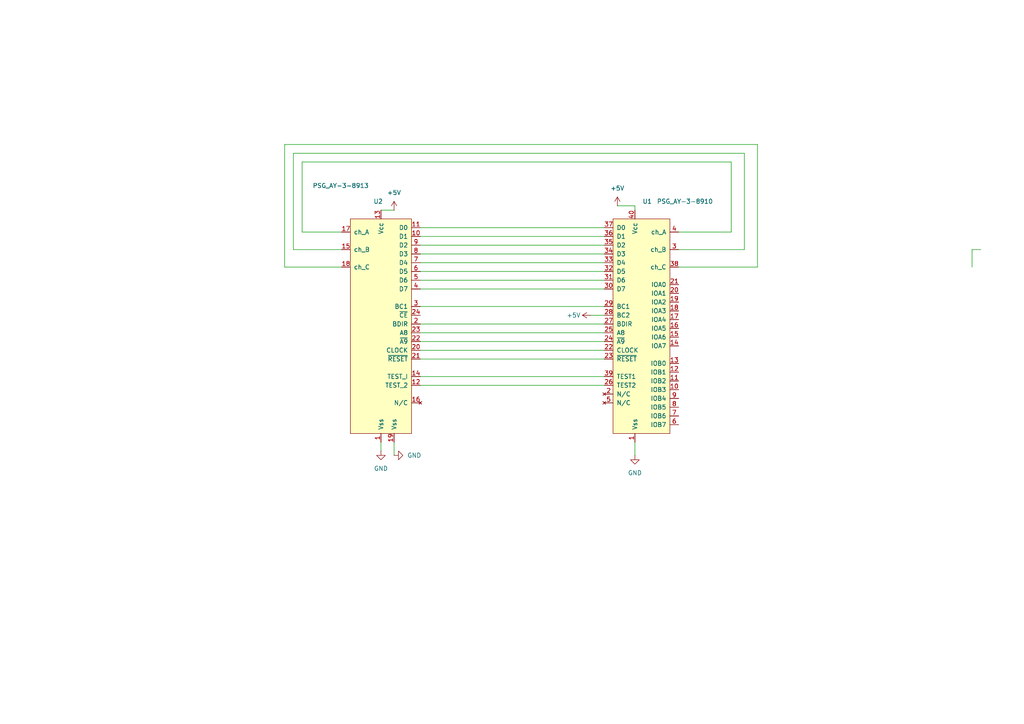
<source format=kicad_sch>
(kicad_sch
	(version 20231120)
	(generator "eeschema")
	(generator_version "8.0")
	(uuid "7974acf8-5d13-4c70-86b5-036fa6790939")
	(paper "A4")
	(title_block
		(title "8913-8910 Adapter")
		(date "2024-05-20")
	)
	(lib_symbols
		(symbol "8bits:PSG_AY-3-8910"
			(pin_names
				(offset 1.016)
			)
			(exclude_from_sim no)
			(in_bom yes)
			(on_board yes)
			(property "Reference" "U1"
				(at 0.9241 34.29 0)
				(effects
					(font
						(size 1.27 1.27)
					)
					(justify left)
				)
			)
			(property "Value" "PSG_AY-3-8910"
				(at 5.08 34.29 0)
				(effects
					(font
						(size 1.27 1.27)
					)
					(justify left)
				)
			)
			(property "Footprint" "Package_DIP:DIP-40_W15.24mm_Socket"
				(at 1.27 30.48 0)
				(effects
					(font
						(size 1.27 1.27)
					)
					(hide yes)
				)
			)
			(property "Datasheet" "map.grauw.nl/resources/sound/generalinstrument_ay-3-8910.pdf"
				(at 1.27 30.48 0)
				(effects
					(font
						(size 1.27 1.27)
					)
					(hide yes)
				)
			)
			(property "Description" "3 Chanel Programable Sound Generator + 16 I/O"
				(at 0 0 0)
				(effects
					(font
						(size 1.27 1.27)
					)
					(hide yes)
				)
			)
			(property "ki_fp_filters" "Package_DIP:DIP-40_W15.24mm*"
				(at 0 0 0)
				(effects
					(font
						(size 1.27 1.27)
					)
					(hide yes)
				)
			)
			(symbol "PSG_AY-3-8910_0_1"
				(rectangle
					(start -7.62 29.21)
					(end 8.89 -33.02)
					(stroke
						(width 0)
						(type default)
					)
					(fill
						(type background)
					)
				)
			)
			(symbol "PSG_AY-3-8910_1_1"
				(pin power_in line
					(at -1.27 -35.56 90)
					(length 2.54)
					(name "Vss"
						(effects
							(font
								(size 1.27 1.27)
							)
						)
					)
					(number "1"
						(effects
							(font
								(size 1.27 1.27)
							)
						)
					)
				)
				(pin bidirectional line
					(at 11.43 -20.32 180)
					(length 2.54)
					(name "IOB3"
						(effects
							(font
								(size 1.27 1.27)
							)
						)
					)
					(number "10"
						(effects
							(font
								(size 1.27 1.27)
							)
						)
					)
				)
				(pin bidirectional line
					(at 11.43 -17.78 180)
					(length 2.54)
					(name "IOB2"
						(effects
							(font
								(size 1.27 1.27)
							)
						)
					)
					(number "11"
						(effects
							(font
								(size 1.27 1.27)
							)
						)
					)
				)
				(pin bidirectional line
					(at 11.43 -15.24 180)
					(length 2.54)
					(name "IOB1"
						(effects
							(font
								(size 1.27 1.27)
							)
						)
					)
					(number "12"
						(effects
							(font
								(size 1.27 1.27)
							)
						)
					)
				)
				(pin bidirectional line
					(at 11.43 -12.7 180)
					(length 2.54)
					(name "IOB0"
						(effects
							(font
								(size 1.27 1.27)
							)
						)
					)
					(number "13"
						(effects
							(font
								(size 1.27 1.27)
							)
						)
					)
				)
				(pin bidirectional line
					(at 11.43 -7.62 180)
					(length 2.54)
					(name "IOA7"
						(effects
							(font
								(size 1.27 1.27)
							)
						)
					)
					(number "14"
						(effects
							(font
								(size 1.27 1.27)
							)
						)
					)
				)
				(pin bidirectional line
					(at 11.43 -5.08 180)
					(length 2.54)
					(name "IOA6"
						(effects
							(font
								(size 1.27 1.27)
							)
						)
					)
					(number "15"
						(effects
							(font
								(size 1.27 1.27)
							)
						)
					)
				)
				(pin bidirectional line
					(at 11.43 -2.54 180)
					(length 2.54)
					(name "IOA5"
						(effects
							(font
								(size 1.27 1.27)
							)
						)
					)
					(number "16"
						(effects
							(font
								(size 1.27 1.27)
							)
						)
					)
				)
				(pin bidirectional line
					(at 11.43 0 180)
					(length 2.54)
					(name "IOA4"
						(effects
							(font
								(size 1.27 1.27)
							)
						)
					)
					(number "17"
						(effects
							(font
								(size 1.27 1.27)
							)
						)
					)
				)
				(pin bidirectional line
					(at 11.43 2.54 180)
					(length 2.54)
					(name "IOA3"
						(effects
							(font
								(size 1.27 1.27)
							)
						)
					)
					(number "18"
						(effects
							(font
								(size 1.27 1.27)
							)
						)
					)
				)
				(pin bidirectional line
					(at 11.43 5.08 180)
					(length 2.54)
					(name "IOA2"
						(effects
							(font
								(size 1.27 1.27)
							)
						)
					)
					(number "19"
						(effects
							(font
								(size 1.27 1.27)
							)
						)
					)
				)
				(pin no_connect line
					(at -10.16 -21.59 0)
					(length 2.54)
					(name "N/C"
						(effects
							(font
								(size 1.27 1.27)
							)
						)
					)
					(number "2"
						(effects
							(font
								(size 1.27 1.27)
							)
						)
					)
				)
				(pin bidirectional line
					(at 11.43 7.62 180)
					(length 2.54)
					(name "IOA1"
						(effects
							(font
								(size 1.27 1.27)
							)
						)
					)
					(number "20"
						(effects
							(font
								(size 1.27 1.27)
							)
						)
					)
				)
				(pin bidirectional line
					(at 11.43 10.16 180)
					(length 2.54)
					(name "IOA0"
						(effects
							(font
								(size 1.27 1.27)
							)
						)
					)
					(number "21"
						(effects
							(font
								(size 1.27 1.27)
							)
						)
					)
				)
				(pin input line
					(at -10.16 -8.89 0)
					(length 2.54)
					(name "CLOCK"
						(effects
							(font
								(size 1.27 1.27)
							)
						)
					)
					(number "22"
						(effects
							(font
								(size 1.27 1.27)
							)
						)
					)
				)
				(pin input line
					(at -10.16 -11.43 0)
					(length 2.54)
					(name "~{RESET}"
						(effects
							(font
								(size 1.27 1.27)
							)
						)
					)
					(number "23"
						(effects
							(font
								(size 1.27 1.27)
							)
						)
					)
				)
				(pin input line
					(at -10.16 -6.35 0)
					(length 2.54)
					(name "~{A9}"
						(effects
							(font
								(size 1.27 1.27)
							)
						)
					)
					(number "24"
						(effects
							(font
								(size 1.27 1.27)
							)
						)
					)
				)
				(pin input line
					(at -10.16 -3.81 0)
					(length 2.54)
					(name "A8"
						(effects
							(font
								(size 1.27 1.27)
							)
						)
					)
					(number "25"
						(effects
							(font
								(size 1.27 1.27)
							)
						)
					)
				)
				(pin input line
					(at -10.16 -19.05 0)
					(length 2.54)
					(name "TEST2"
						(effects
							(font
								(size 1.27 1.27)
							)
						)
					)
					(number "26"
						(effects
							(font
								(size 1.27 1.27)
							)
						)
					)
				)
				(pin input line
					(at -10.16 -1.27 0)
					(length 2.54)
					(name "BDIR"
						(effects
							(font
								(size 1.27 1.27)
							)
						)
					)
					(number "27"
						(effects
							(font
								(size 1.27 1.27)
							)
						)
					)
				)
				(pin input line
					(at -10.16 1.27 0)
					(length 2.54)
					(name "BC2"
						(effects
							(font
								(size 1.27 1.27)
							)
						)
					)
					(number "28"
						(effects
							(font
								(size 1.27 1.27)
							)
						)
					)
				)
				(pin input line
					(at -10.16 3.81 0)
					(length 2.54)
					(name "BC1"
						(effects
							(font
								(size 1.27 1.27)
							)
						)
					)
					(number "29"
						(effects
							(font
								(size 1.27 1.27)
							)
						)
					)
				)
				(pin output line
					(at 11.43 20.32 180)
					(length 2.54)
					(name "ch_B"
						(effects
							(font
								(size 1.27 1.27)
							)
						)
					)
					(number "3"
						(effects
							(font
								(size 1.27 1.27)
							)
						)
					)
				)
				(pin bidirectional line
					(at -10.16 8.89 0)
					(length 2.54)
					(name "D7"
						(effects
							(font
								(size 1.27 1.27)
							)
						)
					)
					(number "30"
						(effects
							(font
								(size 1.27 1.27)
							)
						)
					)
				)
				(pin bidirectional line
					(at -10.16 11.43 0)
					(length 2.54)
					(name "D6"
						(effects
							(font
								(size 1.27 1.27)
							)
						)
					)
					(number "31"
						(effects
							(font
								(size 1.27 1.27)
							)
						)
					)
				)
				(pin bidirectional line
					(at -10.16 13.97 0)
					(length 2.54)
					(name "D5"
						(effects
							(font
								(size 1.27 1.27)
							)
						)
					)
					(number "32"
						(effects
							(font
								(size 1.27 1.27)
							)
						)
					)
				)
				(pin bidirectional line
					(at -10.16 16.51 0)
					(length 2.54)
					(name "D4"
						(effects
							(font
								(size 1.27 1.27)
							)
						)
					)
					(number "33"
						(effects
							(font
								(size 1.27 1.27)
							)
						)
					)
				)
				(pin bidirectional line
					(at -10.16 19.05 0)
					(length 2.54)
					(name "D3"
						(effects
							(font
								(size 1.27 1.27)
							)
						)
					)
					(number "34"
						(effects
							(font
								(size 1.27 1.27)
							)
						)
					)
				)
				(pin bidirectional line
					(at -10.16 21.59 0)
					(length 2.54)
					(name "D2"
						(effects
							(font
								(size 1.27 1.27)
							)
						)
					)
					(number "35"
						(effects
							(font
								(size 1.27 1.27)
							)
						)
					)
				)
				(pin bidirectional line
					(at -10.16 24.13 0)
					(length 2.54)
					(name "D1"
						(effects
							(font
								(size 1.27 1.27)
							)
						)
					)
					(number "36"
						(effects
							(font
								(size 1.27 1.27)
							)
						)
					)
				)
				(pin bidirectional line
					(at -10.16 26.67 0)
					(length 2.54)
					(name "D0"
						(effects
							(font
								(size 1.27 1.27)
							)
						)
					)
					(number "37"
						(effects
							(font
								(size 1.27 1.27)
							)
						)
					)
				)
				(pin output line
					(at 11.43 15.24 180)
					(length 2.54)
					(name "ch_C"
						(effects
							(font
								(size 1.27 1.27)
							)
						)
					)
					(number "38"
						(effects
							(font
								(size 1.27 1.27)
							)
						)
					)
				)
				(pin input line
					(at -10.16 -16.51 0)
					(length 2.54)
					(name "TEST1"
						(effects
							(font
								(size 1.27 1.27)
							)
						)
					)
					(number "39"
						(effects
							(font
								(size 1.27 1.27)
							)
						)
					)
				)
				(pin output line
					(at 11.43 25.4 180)
					(length 2.54)
					(name "ch_A"
						(effects
							(font
								(size 1.27 1.27)
							)
						)
					)
					(number "4"
						(effects
							(font
								(size 1.27 1.27)
							)
						)
					)
				)
				(pin power_in line
					(at -1.27 31.75 270)
					(length 2.54)
					(name "Vcc"
						(effects
							(font
								(size 1.27 1.27)
							)
						)
					)
					(number "40"
						(effects
							(font
								(size 1.27 1.27)
							)
						)
					)
				)
				(pin no_connect line
					(at -10.16 -24.13 0)
					(length 2.54)
					(name "N/C"
						(effects
							(font
								(size 1.27 1.27)
							)
						)
					)
					(number "5"
						(effects
							(font
								(size 1.27 1.27)
							)
						)
					)
				)
				(pin bidirectional line
					(at 11.43 -30.48 180)
					(length 2.54)
					(name "IOB7"
						(effects
							(font
								(size 1.27 1.27)
							)
						)
					)
					(number "6"
						(effects
							(font
								(size 1.27 1.27)
							)
						)
					)
				)
				(pin bidirectional line
					(at 11.43 -27.94 180)
					(length 2.54)
					(name "IOB6"
						(effects
							(font
								(size 1.27 1.27)
							)
						)
					)
					(number "7"
						(effects
							(font
								(size 1.27 1.27)
							)
						)
					)
				)
				(pin bidirectional line
					(at 11.43 -25.4 180)
					(length 2.54)
					(name "IOB5"
						(effects
							(font
								(size 1.27 1.27)
							)
						)
					)
					(number "8"
						(effects
							(font
								(size 1.27 1.27)
							)
						)
					)
				)
				(pin bidirectional line
					(at 11.43 -22.86 180)
					(length 2.54)
					(name "IOB4"
						(effects
							(font
								(size 1.27 1.27)
							)
						)
					)
					(number "9"
						(effects
							(font
								(size 1.27 1.27)
							)
						)
					)
				)
			)
		)
		(symbol "8bits:PSG_AY-3-8913"
			(pin_names
				(offset 1.016)
			)
			(exclude_from_sim no)
			(in_bom yes)
			(on_board yes)
			(property "Reference" "U2"
				(at -2.1941 31.75 0)
				(effects
					(font
						(size 1.27 1.27)
					)
					(justify left)
				)
			)
			(property "Value" "PSG_AY-3-8913"
				(at -19.812 36.322 0)
				(effects
					(font
						(size 1.27 1.27)
					)
					(justify left)
				)
			)
			(property "Footprint" "Package_DIP:DIP-24_W15.24mm_LongPads"
				(at 0 27.94 0)
				(effects
					(font
						(size 1.27 1.27)
					)
					(hide yes)
				)
			)
			(property "Datasheet" "map.grauw.nl/resources/sound/generalinstrument_ay-3-8910.pdf"
				(at 0 27.94 0)
				(effects
					(font
						(size 1.27 1.27)
					)
					(hide yes)
				)
			)
			(property "Description" "3 Chanel Programable Sound Generator + 8 I/O"
				(at 0 0 0)
				(effects
					(font
						(size 1.27 1.27)
					)
					(hide yes)
				)
			)
			(property "ki_fp_filters" "Package_DIP:DIP-24_W15.24mm*"
				(at 0 0 0)
				(effects
					(font
						(size 1.27 1.27)
					)
					(hide yes)
				)
			)
			(symbol "PSG_AY-3-8913_0_1"
				(rectangle
					(start -8.89 26.67)
					(end 8.89 -35.56)
					(stroke
						(width 0)
						(type default)
					)
					(fill
						(type background)
					)
				)
			)
			(symbol "PSG_AY-3-8913_1_1"
				(pin power_in line
					(at 0 -38.1 90)
					(length 2.54)
					(name "Vss"
						(effects
							(font
								(size 1.27 1.27)
							)
						)
					)
					(number "1"
						(effects
							(font
								(size 1.27 1.27)
							)
						)
					)
				)
				(pin bidirectional line
					(at 11.43 21.59 180)
					(length 2.54)
					(name "D1"
						(effects
							(font
								(size 1.27 1.27)
							)
						)
					)
					(number "10"
						(effects
							(font
								(size 1.27 1.27)
							)
						)
					)
				)
				(pin bidirectional line
					(at 11.43 24.13 180)
					(length 2.54)
					(name "D0"
						(effects
							(font
								(size 1.27 1.27)
							)
						)
					)
					(number "11"
						(effects
							(font
								(size 1.27 1.27)
							)
						)
					)
				)
				(pin input line
					(at 11.43 -21.59 180)
					(length 2.54)
					(name "TEST_2"
						(effects
							(font
								(size 1.27 1.27)
							)
						)
					)
					(number "12"
						(effects
							(font
								(size 1.27 1.27)
							)
						)
					)
				)
				(pin power_in line
					(at 0 29.21 270)
					(length 2.54)
					(name "Vcc"
						(effects
							(font
								(size 1.27 1.27)
							)
						)
					)
					(number "13"
						(effects
							(font
								(size 1.27 1.27)
							)
						)
					)
				)
				(pin input line
					(at 11.43 -19.05 180)
					(length 2.54)
					(name "TEST_I"
						(effects
							(font
								(size 1.27 1.27)
							)
						)
					)
					(number "14"
						(effects
							(font
								(size 1.27 1.27)
							)
						)
					)
				)
				(pin output line
					(at -11.43 17.78 0)
					(length 2.54)
					(name "ch_B"
						(effects
							(font
								(size 1.27 1.27)
							)
						)
					)
					(number "15"
						(effects
							(font
								(size 1.27 1.27)
							)
						)
					)
				)
				(pin no_connect line
					(at 11.43 -26.67 180)
					(length 2.54)
					(name "N/C"
						(effects
							(font
								(size 1.27 1.27)
							)
						)
					)
					(number "16"
						(effects
							(font
								(size 1.27 1.27)
							)
						)
					)
				)
				(pin output line
					(at -11.43 22.86 0)
					(length 2.54)
					(name "ch_A"
						(effects
							(font
								(size 1.27 1.27)
							)
						)
					)
					(number "17"
						(effects
							(font
								(size 1.27 1.27)
							)
						)
					)
				)
				(pin output line
					(at -11.43 12.7 0)
					(length 2.54)
					(name "ch_C"
						(effects
							(font
								(size 1.27 1.27)
							)
						)
					)
					(number "18"
						(effects
							(font
								(size 1.27 1.27)
							)
						)
					)
				)
				(pin power_in line
					(at 3.81 -38.1 90)
					(length 2.54)
					(name "Vss"
						(effects
							(font
								(size 1.27 1.27)
							)
						)
					)
					(number "19"
						(effects
							(font
								(size 1.27 1.27)
							)
						)
					)
				)
				(pin input line
					(at 11.43 -3.81 180)
					(length 2.54)
					(name "BDIR"
						(effects
							(font
								(size 1.27 1.27)
							)
						)
					)
					(number "2"
						(effects
							(font
								(size 1.27 1.27)
							)
						)
					)
				)
				(pin input line
					(at 11.43 -11.43 180)
					(length 2.54)
					(name "CLOCK"
						(effects
							(font
								(size 1.27 1.27)
							)
						)
					)
					(number "20"
						(effects
							(font
								(size 1.27 1.27)
							)
						)
					)
				)
				(pin input line
					(at 11.43 -13.97 180)
					(length 2.54)
					(name "~{RESET}"
						(effects
							(font
								(size 1.27 1.27)
							)
						)
					)
					(number "21"
						(effects
							(font
								(size 1.27 1.27)
							)
						)
					)
				)
				(pin input line
					(at 11.43 -8.89 180)
					(length 2.54)
					(name "~{A9}"
						(effects
							(font
								(size 1.27 1.27)
							)
						)
					)
					(number "22"
						(effects
							(font
								(size 1.27 1.27)
							)
						)
					)
				)
				(pin input line
					(at 11.43 -6.35 180)
					(length 2.54)
					(name "A8"
						(effects
							(font
								(size 1.27 1.27)
							)
						)
					)
					(number "23"
						(effects
							(font
								(size 1.27 1.27)
							)
						)
					)
				)
				(pin input line
					(at 11.43 -1.27 180)
					(length 2.54)
					(name "~{CE}"
						(effects
							(font
								(size 1.27 1.27)
							)
						)
					)
					(number "24"
						(effects
							(font
								(size 1.27 1.27)
							)
						)
					)
				)
				(pin input line
					(at 11.43 1.27 180)
					(length 2.54)
					(name "BC1"
						(effects
							(font
								(size 1.27 1.27)
							)
						)
					)
					(number "3"
						(effects
							(font
								(size 1.27 1.27)
							)
						)
					)
				)
				(pin bidirectional line
					(at 11.43 6.35 180)
					(length 2.54)
					(name "D7"
						(effects
							(font
								(size 1.27 1.27)
							)
						)
					)
					(number "4"
						(effects
							(font
								(size 1.27 1.27)
							)
						)
					)
				)
				(pin bidirectional line
					(at 11.43 8.89 180)
					(length 2.54)
					(name "D6"
						(effects
							(font
								(size 1.27 1.27)
							)
						)
					)
					(number "5"
						(effects
							(font
								(size 1.27 1.27)
							)
						)
					)
				)
				(pin bidirectional line
					(at 11.43 11.43 180)
					(length 2.54)
					(name "D5"
						(effects
							(font
								(size 1.27 1.27)
							)
						)
					)
					(number "6"
						(effects
							(font
								(size 1.27 1.27)
							)
						)
					)
				)
				(pin bidirectional line
					(at 11.43 13.97 180)
					(length 2.54)
					(name "D4"
						(effects
							(font
								(size 1.27 1.27)
							)
						)
					)
					(number "7"
						(effects
							(font
								(size 1.27 1.27)
							)
						)
					)
				)
				(pin bidirectional line
					(at 11.43 16.51 180)
					(length 2.54)
					(name "D3"
						(effects
							(font
								(size 1.27 1.27)
							)
						)
					)
					(number "8"
						(effects
							(font
								(size 1.27 1.27)
							)
						)
					)
				)
				(pin bidirectional line
					(at 11.43 19.05 180)
					(length 2.54)
					(name "D2"
						(effects
							(font
								(size 1.27 1.27)
							)
						)
					)
					(number "9"
						(effects
							(font
								(size 1.27 1.27)
							)
						)
					)
				)
			)
		)
		(symbol "power:+5V"
			(power)
			(pin_numbers hide)
			(pin_names
				(offset 0) hide)
			(exclude_from_sim no)
			(in_bom yes)
			(on_board yes)
			(property "Reference" "#PWR"
				(at 0 -3.81 0)
				(effects
					(font
						(size 1.27 1.27)
					)
					(hide yes)
				)
			)
			(property "Value" "+5V"
				(at 0 3.556 0)
				(effects
					(font
						(size 1.27 1.27)
					)
				)
			)
			(property "Footprint" ""
				(at 0 0 0)
				(effects
					(font
						(size 1.27 1.27)
					)
					(hide yes)
				)
			)
			(property "Datasheet" ""
				(at 0 0 0)
				(effects
					(font
						(size 1.27 1.27)
					)
					(hide yes)
				)
			)
			(property "Description" "Power symbol creates a global label with name \"+5V\""
				(at 0 0 0)
				(effects
					(font
						(size 1.27 1.27)
					)
					(hide yes)
				)
			)
			(property "ki_keywords" "global power"
				(at 0 0 0)
				(effects
					(font
						(size 1.27 1.27)
					)
					(hide yes)
				)
			)
			(symbol "+5V_0_1"
				(polyline
					(pts
						(xy -0.762 1.27) (xy 0 2.54)
					)
					(stroke
						(width 0)
						(type default)
					)
					(fill
						(type none)
					)
				)
				(polyline
					(pts
						(xy 0 0) (xy 0 2.54)
					)
					(stroke
						(width 0)
						(type default)
					)
					(fill
						(type none)
					)
				)
				(polyline
					(pts
						(xy 0 2.54) (xy 0.762 1.27)
					)
					(stroke
						(width 0)
						(type default)
					)
					(fill
						(type none)
					)
				)
			)
			(symbol "+5V_1_1"
				(pin power_in line
					(at 0 0 90)
					(length 0)
					(name "~"
						(effects
							(font
								(size 1.27 1.27)
							)
						)
					)
					(number "1"
						(effects
							(font
								(size 1.27 1.27)
							)
						)
					)
				)
			)
		)
		(symbol "power:GND"
			(power)
			(pin_numbers hide)
			(pin_names
				(offset 0) hide)
			(exclude_from_sim no)
			(in_bom yes)
			(on_board yes)
			(property "Reference" "#PWR"
				(at 0 -6.35 0)
				(effects
					(font
						(size 1.27 1.27)
					)
					(hide yes)
				)
			)
			(property "Value" "GND"
				(at 0 -3.81 0)
				(effects
					(font
						(size 1.27 1.27)
					)
				)
			)
			(property "Footprint" ""
				(at 0 0 0)
				(effects
					(font
						(size 1.27 1.27)
					)
					(hide yes)
				)
			)
			(property "Datasheet" ""
				(at 0 0 0)
				(effects
					(font
						(size 1.27 1.27)
					)
					(hide yes)
				)
			)
			(property "Description" "Power symbol creates a global label with name \"GND\" , ground"
				(at 0 0 0)
				(effects
					(font
						(size 1.27 1.27)
					)
					(hide yes)
				)
			)
			(property "ki_keywords" "global power"
				(at 0 0 0)
				(effects
					(font
						(size 1.27 1.27)
					)
					(hide yes)
				)
			)
			(symbol "GND_0_1"
				(polyline
					(pts
						(xy 0 0) (xy 0 -1.27) (xy 1.27 -1.27) (xy 0 -2.54) (xy -1.27 -1.27) (xy 0 -1.27)
					)
					(stroke
						(width 0)
						(type default)
					)
					(fill
						(type none)
					)
				)
			)
			(symbol "GND_1_1"
				(pin power_in line
					(at 0 0 270)
					(length 0)
					(name "~"
						(effects
							(font
								(size 1.27 1.27)
							)
						)
					)
					(number "1"
						(effects
							(font
								(size 1.27 1.27)
							)
						)
					)
				)
			)
		)
	)
	(wire
		(pts
			(xy 121.92 104.14) (xy 175.26 104.14)
		)
		(stroke
			(width 0)
			(type default)
		)
		(uuid "05072ccf-53fb-4735-856a-be06de3c368a")
	)
	(wire
		(pts
			(xy 110.49 128.27) (xy 110.49 130.81)
		)
		(stroke
			(width 0)
			(type default)
		)
		(uuid "0bc6bfdf-a7ef-4c2a-aa6a-7eca849fd5a0")
	)
	(wire
		(pts
			(xy 212.09 46.99) (xy 87.63 46.99)
		)
		(stroke
			(width 0)
			(type default)
		)
		(uuid "0e93925e-d610-44ba-8c7c-db016517067f")
	)
	(wire
		(pts
			(xy 121.92 76.2) (xy 175.26 76.2)
		)
		(stroke
			(width 0)
			(type default)
		)
		(uuid "1b87e4dd-9766-49aa-bd70-181607827e5e")
	)
	(wire
		(pts
			(xy 196.85 77.47) (xy 219.71 77.47)
		)
		(stroke
			(width 0)
			(type default)
		)
		(uuid "2b11ef83-63bf-4d12-8f09-2e1f36a93799")
	)
	(wire
		(pts
			(xy 121.92 71.12) (xy 175.26 71.12)
		)
		(stroke
			(width 0)
			(type default)
		)
		(uuid "2f780e71-bc64-46cc-8c75-a44f2086a5f8")
	)
	(wire
		(pts
			(xy 219.71 41.91) (xy 82.55 41.91)
		)
		(stroke
			(width 0)
			(type default)
		)
		(uuid "384aadc5-12a4-43cb-a04c-44170064e149")
	)
	(wire
		(pts
			(xy 212.09 67.31) (xy 212.09 46.99)
		)
		(stroke
			(width 0)
			(type default)
		)
		(uuid "4148c8b4-eaa4-455b-96c1-acf08277ec22")
	)
	(wire
		(pts
			(xy 196.85 67.31) (xy 212.09 67.31)
		)
		(stroke
			(width 0)
			(type default)
		)
		(uuid "6160c51c-bedf-4ae0-a349-cfff14d83e53")
	)
	(wire
		(pts
			(xy 281.94 72.39) (xy 281.94 77.47)
		)
		(stroke
			(width 0)
			(type default)
		)
		(uuid "6391fa9c-7408-406e-abad-9f5b65f38826")
	)
	(wire
		(pts
			(xy 284.48 72.39) (xy 281.94 72.39)
		)
		(stroke
			(width 0)
			(type default)
		)
		(uuid "67b9d127-3639-4fba-9018-dd0b5a332522")
	)
	(wire
		(pts
			(xy 121.92 78.74) (xy 175.26 78.74)
		)
		(stroke
			(width 0)
			(type default)
		)
		(uuid "6ca4d019-48eb-46d4-bb8b-7438ac50e14e")
	)
	(wire
		(pts
			(xy 219.71 77.47) (xy 219.71 41.91)
		)
		(stroke
			(width 0)
			(type default)
		)
		(uuid "6da919ee-3d45-4572-8367-59cf837f9d61")
	)
	(wire
		(pts
			(xy 114.3 60.96) (xy 110.49 60.96)
		)
		(stroke
			(width 0)
			(type default)
		)
		(uuid "78fc1c34-d6cb-4af0-badb-22aa816c7c14")
	)
	(wire
		(pts
			(xy 87.63 67.31) (xy 99.06 67.31)
		)
		(stroke
			(width 0)
			(type default)
		)
		(uuid "7b04e65b-ca20-45a9-80ed-25c99b5ac2ab")
	)
	(wire
		(pts
			(xy 99.06 72.39) (xy 85.09 72.39)
		)
		(stroke
			(width 0)
			(type default)
		)
		(uuid "7da1754d-0c01-4357-82b7-33ae55716ee4")
	)
	(wire
		(pts
			(xy 215.9 44.45) (xy 215.9 72.39)
		)
		(stroke
			(width 0)
			(type default)
		)
		(uuid "7e0552e5-eb1e-4fad-8213-c644000f1d13")
	)
	(wire
		(pts
			(xy 121.92 81.28) (xy 175.26 81.28)
		)
		(stroke
			(width 0)
			(type default)
		)
		(uuid "7e31fff8-7277-4b9c-a78b-f8d6bcecdad7")
	)
	(wire
		(pts
			(xy 121.92 93.98) (xy 175.26 93.98)
		)
		(stroke
			(width 0)
			(type default)
		)
		(uuid "7f3affad-4c41-42cb-b4c4-d5c73d6cf06a")
	)
	(wire
		(pts
			(xy 82.55 77.47) (xy 99.06 77.47)
		)
		(stroke
			(width 0)
			(type default)
		)
		(uuid "8496d408-dae2-4032-8f82-6adb299a6d32")
	)
	(wire
		(pts
			(xy 121.92 101.6) (xy 175.26 101.6)
		)
		(stroke
			(width 0)
			(type default)
		)
		(uuid "8df74e85-e61b-4fcd-92d8-5180fdc168cc")
	)
	(wire
		(pts
			(xy 121.92 88.9) (xy 175.26 88.9)
		)
		(stroke
			(width 0)
			(type default)
		)
		(uuid "97620c56-bcb5-4e14-8bcb-5c8552406972")
	)
	(wire
		(pts
			(xy 184.15 59.69) (xy 184.15 60.96)
		)
		(stroke
			(width 0)
			(type default)
		)
		(uuid "a62dba70-5145-4190-ade0-69bfd3eebe40")
	)
	(wire
		(pts
			(xy 121.92 111.76) (xy 175.26 111.76)
		)
		(stroke
			(width 0)
			(type default)
		)
		(uuid "a8b4bf8f-b46a-4ce1-b03d-c5feecd1f915")
	)
	(wire
		(pts
			(xy 114.3 128.27) (xy 114.3 132.08)
		)
		(stroke
			(width 0)
			(type default)
		)
		(uuid "b2e52409-da53-4619-84c7-150b506b1231")
	)
	(wire
		(pts
			(xy 196.85 72.39) (xy 215.9 72.39)
		)
		(stroke
			(width 0)
			(type default)
		)
		(uuid "b7336080-9f1c-411c-9c1a-815a39087f99")
	)
	(wire
		(pts
			(xy 121.92 109.22) (xy 175.26 109.22)
		)
		(stroke
			(width 0)
			(type default)
		)
		(uuid "b7a8a6cb-73e4-4603-9578-86e5f8f35efa")
	)
	(wire
		(pts
			(xy 121.92 83.82) (xy 175.26 83.82)
		)
		(stroke
			(width 0)
			(type default)
		)
		(uuid "b82e853c-5fbe-4958-8531-2b40d496bc28")
	)
	(wire
		(pts
			(xy 121.92 73.66) (xy 175.26 73.66)
		)
		(stroke
			(width 0)
			(type default)
		)
		(uuid "ceae09ea-0e71-4b8c-bb54-f8b8edd7cdad")
	)
	(wire
		(pts
			(xy 121.92 99.06) (xy 175.26 99.06)
		)
		(stroke
			(width 0)
			(type default)
		)
		(uuid "cf1d1304-5142-4bc7-9071-e4799bacb4cb")
	)
	(wire
		(pts
			(xy 87.63 46.99) (xy 87.63 67.31)
		)
		(stroke
			(width 0)
			(type default)
		)
		(uuid "d15fcf9c-835e-4c49-933c-b6a40a1e37c2")
	)
	(wire
		(pts
			(xy 121.92 96.52) (xy 175.26 96.52)
		)
		(stroke
			(width 0)
			(type default)
		)
		(uuid "d2bd0e13-3808-403d-b669-645190460668")
	)
	(wire
		(pts
			(xy 179.07 59.69) (xy 184.15 59.69)
		)
		(stroke
			(width 0)
			(type default)
		)
		(uuid "d7a50600-49a9-4091-baf8-79eb7096d4ea")
	)
	(wire
		(pts
			(xy 85.09 44.45) (xy 215.9 44.45)
		)
		(stroke
			(width 0)
			(type default)
		)
		(uuid "d9b3a795-3b93-444c-9fd0-f2471cd20341")
	)
	(wire
		(pts
			(xy 171.45 91.44) (xy 175.26 91.44)
		)
		(stroke
			(width 0)
			(type default)
		)
		(uuid "dc3345c7-f93b-4c9b-916a-eb874c75d7a8")
	)
	(wire
		(pts
			(xy 121.92 68.58) (xy 175.26 68.58)
		)
		(stroke
			(width 0)
			(type default)
		)
		(uuid "e46dac65-5a9e-4f37-a9c0-07f2805b2d49")
	)
	(wire
		(pts
			(xy 184.15 128.27) (xy 184.15 132.08)
		)
		(stroke
			(width 0)
			(type default)
		)
		(uuid "f1c3ff7b-0961-495a-9066-a441a80310a9")
	)
	(wire
		(pts
			(xy 82.55 41.91) (xy 82.55 77.47)
		)
		(stroke
			(width 0)
			(type default)
		)
		(uuid "f64292d3-1507-4f87-8e44-0c3a8206f71c")
	)
	(wire
		(pts
			(xy 85.09 72.39) (xy 85.09 44.45)
		)
		(stroke
			(width 0)
			(type default)
		)
		(uuid "f7faed93-2c96-4895-9744-c91c822edcf0")
	)
	(wire
		(pts
			(xy 121.92 66.04) (xy 175.26 66.04)
		)
		(stroke
			(width 0)
			(type default)
		)
		(uuid "fabf5323-f058-4ac1-beba-b57e441767d8")
	)
	(symbol
		(lib_id "power:+5V")
		(at 171.45 91.44 90)
		(unit 1)
		(exclude_from_sim no)
		(in_bom yes)
		(on_board yes)
		(dnp no)
		(uuid "2f2d3015-ce6b-4ad1-a441-3b6909427c6f")
		(property "Reference" "#PWR06"
			(at 175.26 91.44 0)
			(effects
				(font
					(size 1.27 1.27)
				)
				(hide yes)
			)
		)
		(property "Value" "+5V"
			(at 166.37 91.44 90)
			(effects
				(font
					(size 1.27 1.27)
				)
			)
		)
		(property "Footprint" ""
			(at 171.45 91.44 0)
			(effects
				(font
					(size 1.27 1.27)
				)
				(hide yes)
			)
		)
		(property "Datasheet" ""
			(at 171.45 91.44 0)
			(effects
				(font
					(size 1.27 1.27)
				)
				(hide yes)
			)
		)
		(property "Description" "Power symbol creates a global label with name \"+5V\""
			(at 171.45 91.44 0)
			(effects
				(font
					(size 1.27 1.27)
				)
				(hide yes)
			)
		)
		(pin "1"
			(uuid "5a86a2be-35ed-4ce6-8b51-e4527bca1261")
		)
		(instances
			(project "adapter 8913-8910"
				(path "/7974acf8-5d13-4c70-86b5-036fa6790939"
					(reference "#PWR06")
					(unit 1)
				)
			)
		)
	)
	(symbol
		(lib_id "8bits:PSG_AY-3-8913")
		(at 110.49 90.17 0)
		(unit 1)
		(exclude_from_sim no)
		(in_bom yes)
		(on_board yes)
		(dnp no)
		(uuid "38f1ddbf-b60b-4931-9eec-4e339dfb3be0")
		(property "Reference" "U2"
			(at 108.2959 58.42 0)
			(effects
				(font
					(size 1.27 1.27)
				)
				(justify left)
			)
		)
		(property "Value" "PSG_AY-3-8913"
			(at 90.678 53.848 0)
			(effects
				(font
					(size 1.27 1.27)
				)
				(justify left)
			)
		)
		(property "Footprint" "Package_DIP:DIP-24_W15.24mm_LongPads"
			(at 110.49 62.23 0)
			(effects
				(font
					(size 1.27 1.27)
				)
				(hide yes)
			)
		)
		(property "Datasheet" "map.grauw.nl/resources/sound/generalinstrument_ay-3-8910.pdf"
			(at 110.49 62.23 0)
			(effects
				(font
					(size 1.27 1.27)
				)
				(hide yes)
			)
		)
		(property "Description" "3 Chanel Programable Sound Generator + 8 I/O"
			(at 110.49 90.17 0)
			(effects
				(font
					(size 1.27 1.27)
				)
				(hide yes)
			)
		)
		(pin "15"
			(uuid "a868c983-a0fa-4d7d-928f-eac563ddbbe4")
		)
		(pin "8"
			(uuid "30e33f49-df80-42d1-9ead-df295ea2320c")
		)
		(pin "12"
			(uuid "2ca6e59f-ac3e-423c-93b1-7d146382bfc4")
		)
		(pin "13"
			(uuid "cd44b58b-78ee-436e-8b9c-5913fcbc911b")
		)
		(pin "1"
			(uuid "7c3b618d-bb58-419c-b029-05c6232d1c2e")
		)
		(pin "14"
			(uuid "8f5dea96-eb1f-4e14-8810-d56b24b39dfe")
		)
		(pin "21"
			(uuid "dc7ca985-3865-4870-85ab-b6fb6aa9cd27")
		)
		(pin "19"
			(uuid "c6a0a73f-5996-407e-9a60-9f556d64574e")
		)
		(pin "24"
			(uuid "cdeec932-199e-495f-b7e0-f7a93030970d")
		)
		(pin "3"
			(uuid "fda6fdcc-4137-4e96-b069-08faec9e0d96")
		)
		(pin "20"
			(uuid "512200bc-cda9-43b4-9776-b5b106c47349")
		)
		(pin "5"
			(uuid "0ea122a4-006e-48a2-905c-b54e9fd69ed3")
		)
		(pin "23"
			(uuid "efbdb302-8b07-4f4b-a842-862ddf9cc818")
		)
		(pin "4"
			(uuid "4842b504-95ac-4004-97d8-a42b0b64a8aa")
		)
		(pin "7"
			(uuid "1f61c261-cf0b-4525-98d8-4469c2183f83")
		)
		(pin "10"
			(uuid "3c87aaf6-4b6c-4247-8d19-114cabb0f562")
		)
		(pin "11"
			(uuid "89e1f6f0-788a-4509-b851-c166acf35565")
		)
		(pin "6"
			(uuid "b8694351-bd46-47b9-8ecc-14c91462063f")
		)
		(pin "9"
			(uuid "60767072-99ed-461f-8b55-d485e824b6a3")
		)
		(pin "22"
			(uuid "76e5a715-c67b-475c-8d88-d60be9223f40")
		)
		(pin "16"
			(uuid "631b39c9-e9ce-4a0c-8852-8fa816b39204")
		)
		(pin "18"
			(uuid "e86a4d45-7026-4d62-823e-21576cd76766")
		)
		(pin "2"
			(uuid "3366e976-b535-4780-85a2-41e570884d3c")
		)
		(pin "17"
			(uuid "9ad31e6e-0d25-4cd5-9c4c-1c93577ffc36")
		)
		(instances
			(project "adapter 8913-8910"
				(path "/7974acf8-5d13-4c70-86b5-036fa6790939"
					(reference "U2")
					(unit 1)
				)
			)
		)
	)
	(symbol
		(lib_id "power:+5V")
		(at 179.07 59.69 0)
		(unit 1)
		(exclude_from_sim no)
		(in_bom yes)
		(on_board yes)
		(dnp no)
		(uuid "5d059d18-27b2-4b78-a7b0-0de80319365f")
		(property "Reference" "#PWR05"
			(at 179.07 63.5 0)
			(effects
				(font
					(size 1.27 1.27)
				)
				(hide yes)
			)
		)
		(property "Value" "+5V"
			(at 179.07 54.61 0)
			(effects
				(font
					(size 1.27 1.27)
				)
			)
		)
		(property "Footprint" ""
			(at 179.07 59.69 0)
			(effects
				(font
					(size 1.27 1.27)
				)
				(hide yes)
			)
		)
		(property "Datasheet" ""
			(at 179.07 59.69 0)
			(effects
				(font
					(size 1.27 1.27)
				)
				(hide yes)
			)
		)
		(property "Description" "Power symbol creates a global label with name \"+5V\""
			(at 179.07 59.69 0)
			(effects
				(font
					(size 1.27 1.27)
				)
				(hide yes)
			)
		)
		(pin "1"
			(uuid "3896a1d0-a167-42be-a511-88b99a623589")
		)
		(instances
			(project "adapter 8913-8910"
				(path "/7974acf8-5d13-4c70-86b5-036fa6790939"
					(reference "#PWR05")
					(unit 1)
				)
			)
		)
	)
	(symbol
		(lib_id "power:GND")
		(at 184.15 132.08 0)
		(unit 1)
		(exclude_from_sim no)
		(in_bom yes)
		(on_board yes)
		(dnp no)
		(fields_autoplaced yes)
		(uuid "83c7aa66-d5bc-4159-ae9e-c38b2a385aae")
		(property "Reference" "#PWR03"
			(at 184.15 138.43 0)
			(effects
				(font
					(size 1.27 1.27)
				)
				(hide yes)
			)
		)
		(property "Value" "GND"
			(at 184.15 137.16 0)
			(effects
				(font
					(size 1.27 1.27)
				)
			)
		)
		(property "Footprint" ""
			(at 184.15 132.08 0)
			(effects
				(font
					(size 1.27 1.27)
				)
				(hide yes)
			)
		)
		(property "Datasheet" ""
			(at 184.15 132.08 0)
			(effects
				(font
					(size 1.27 1.27)
				)
				(hide yes)
			)
		)
		(property "Description" "Power symbol creates a global label with name \"GND\" , ground"
			(at 184.15 132.08 0)
			(effects
				(font
					(size 1.27 1.27)
				)
				(hide yes)
			)
		)
		(pin "1"
			(uuid "4dc02da3-70ca-4bf9-a19f-62565ed87d22")
		)
		(instances
			(project "adapter 8913-8910"
				(path "/7974acf8-5d13-4c70-86b5-036fa6790939"
					(reference "#PWR03")
					(unit 1)
				)
			)
		)
	)
	(symbol
		(lib_id "power:GND")
		(at 114.3 132.08 90)
		(unit 1)
		(exclude_from_sim no)
		(in_bom yes)
		(on_board yes)
		(dnp no)
		(fields_autoplaced yes)
		(uuid "ca392156-bb63-4501-8188-6fcbc3ef9df9")
		(property "Reference" "#PWR01"
			(at 120.65 132.08 0)
			(effects
				(font
					(size 1.27 1.27)
				)
				(hide yes)
			)
		)
		(property "Value" "GND"
			(at 118.11 132.0799 90)
			(effects
				(font
					(size 1.27 1.27)
				)
				(justify right)
			)
		)
		(property "Footprint" ""
			(at 114.3 132.08 0)
			(effects
				(font
					(size 1.27 1.27)
				)
				(hide yes)
			)
		)
		(property "Datasheet" ""
			(at 114.3 132.08 0)
			(effects
				(font
					(size 1.27 1.27)
				)
				(hide yes)
			)
		)
		(property "Description" "Power symbol creates a global label with name \"GND\" , ground"
			(at 114.3 132.08 0)
			(effects
				(font
					(size 1.27 1.27)
				)
				(hide yes)
			)
		)
		(pin "1"
			(uuid "d92579aa-158f-45fb-86be-f06f8c9559ec")
		)
		(instances
			(project "adapter 8913-8910"
				(path "/7974acf8-5d13-4c70-86b5-036fa6790939"
					(reference "#PWR01")
					(unit 1)
				)
			)
		)
	)
	(symbol
		(lib_id "power:+5V")
		(at 114.3 60.96 0)
		(unit 1)
		(exclude_from_sim no)
		(in_bom yes)
		(on_board yes)
		(dnp no)
		(fields_autoplaced yes)
		(uuid "d17f47ee-a175-4bb7-8ee9-be23b05f0e86")
		(property "Reference" "#PWR04"
			(at 114.3 64.77 0)
			(effects
				(font
					(size 1.27 1.27)
				)
				(hide yes)
			)
		)
		(property "Value" "+5V"
			(at 114.3 55.88 0)
			(effects
				(font
					(size 1.27 1.27)
				)
			)
		)
		(property "Footprint" ""
			(at 114.3 60.96 0)
			(effects
				(font
					(size 1.27 1.27)
				)
				(hide yes)
			)
		)
		(property "Datasheet" ""
			(at 114.3 60.96 0)
			(effects
				(font
					(size 1.27 1.27)
				)
				(hide yes)
			)
		)
		(property "Description" "Power symbol creates a global label with name \"+5V\""
			(at 114.3 60.96 0)
			(effects
				(font
					(size 1.27 1.27)
				)
				(hide yes)
			)
		)
		(pin "1"
			(uuid "b4ecc2cd-f157-4fc1-a59c-b4ae830cdfe8")
		)
		(instances
			(project "adapter 8913-8910"
				(path "/7974acf8-5d13-4c70-86b5-036fa6790939"
					(reference "#PWR04")
					(unit 1)
				)
			)
		)
	)
	(symbol
		(lib_id "8bits:PSG_AY-3-8910")
		(at 185.42 92.71 0)
		(unit 1)
		(exclude_from_sim no)
		(in_bom yes)
		(on_board yes)
		(dnp no)
		(uuid "e98a4a93-4043-42a4-ac13-de99ab1e21f3")
		(property "Reference" "U1"
			(at 186.3441 58.42 0)
			(effects
				(font
					(size 1.27 1.27)
				)
				(justify left)
			)
		)
		(property "Value" "PSG_AY-3-8910"
			(at 190.5 58.42 0)
			(effects
				(font
					(size 1.27 1.27)
				)
				(justify left)
			)
		)
		(property "Footprint" "Package_DIP:DIP-40_W15.24mm_Socket"
			(at 186.69 62.23 0)
			(effects
				(font
					(size 1.27 1.27)
				)
				(hide yes)
			)
		)
		(property "Datasheet" "map.grauw.nl/resources/sound/generalinstrument_ay-3-8910.pdf"
			(at 186.69 62.23 0)
			(effects
				(font
					(size 1.27 1.27)
				)
				(hide yes)
			)
		)
		(property "Description" "3 Chanel Programable Sound Generator + 16 I/O"
			(at 185.42 92.71 0)
			(effects
				(font
					(size 1.27 1.27)
				)
				(hide yes)
			)
		)
		(pin "10"
			(uuid "33beeb55-16a5-48ea-8ee8-ba4f7f003458")
		)
		(pin "11"
			(uuid "6b755f11-0a63-4d33-9e70-67073c111d0b")
		)
		(pin "1"
			(uuid "8ef8c6ab-29e3-490f-9ed9-04ca3fff04b2")
		)
		(pin "36"
			(uuid "5e504d4a-9a9b-4916-9882-449d7f3652e5")
		)
		(pin "9"
			(uuid "921339ee-2a3d-47d1-9293-cececf0e36cd")
		)
		(pin "32"
			(uuid "71083f59-e5a8-4cea-a73d-df15670b33e0")
		)
		(pin "29"
			(uuid "42cd8626-d59c-4815-94da-42476cdd8649")
		)
		(pin "7"
			(uuid "9be54f16-bfa5-400d-a012-18854fc22aed")
		)
		(pin "19"
			(uuid "d697b435-bb8c-47fb-a6f9-3db4eac402fa")
		)
		(pin "35"
			(uuid "7ecd8c22-b9b3-432e-bba8-eac33cdedeac")
		)
		(pin "16"
			(uuid "4fff6545-529b-4040-8b07-b6a2b6915782")
		)
		(pin "6"
			(uuid "9f9637ce-f123-44a4-9505-457b7fa7126e")
		)
		(pin "15"
			(uuid "f20e3c37-d78e-4c84-8aac-e57fa196d021")
		)
		(pin "20"
			(uuid "cb071273-5755-49fe-9e51-c4d22eae090f")
		)
		(pin "27"
			(uuid "b510c1c8-efca-4c3b-b6dc-3f6da572a4bd")
		)
		(pin "30"
			(uuid "7ad249d3-688c-4a70-81bd-2ef5087b2c14")
		)
		(pin "33"
			(uuid "e2a00758-0cbd-4229-b0e4-2ad401072f98")
		)
		(pin "34"
			(uuid "f9f1b4c0-d089-437d-95cf-d236a7642fce")
		)
		(pin "24"
			(uuid "d33c0c6b-8c78-454c-b21f-2a3d912d1736")
		)
		(pin "14"
			(uuid "edd202af-cb18-49fe-8bf6-4d9cf7b4604f")
		)
		(pin "22"
			(uuid "da6922d3-7c9c-4463-8808-012b85fc22b2")
		)
		(pin "3"
			(uuid "7d8a2b1b-cc23-4d77-84a4-fddf1a45101c")
		)
		(pin "5"
			(uuid "efd80139-ce32-4500-b846-0e3279aaedf8")
		)
		(pin "8"
			(uuid "02f4d9f8-7563-4274-adab-388980cd89da")
		)
		(pin "31"
			(uuid "0a0a6e54-e5b0-4984-8814-97018c4d44e6")
		)
		(pin "13"
			(uuid "8f3061f8-dbec-4b03-a587-96a1d96af9fb")
		)
		(pin "39"
			(uuid "43b11bdb-0109-448c-9bc7-e7767c900810")
		)
		(pin "28"
			(uuid "ee6be362-e146-4025-a0ac-9c00ef5dffa3")
		)
		(pin "38"
			(uuid "6b2a454d-04f5-4a04-94b0-3c2ede9a1c1e")
		)
		(pin "40"
			(uuid "e0601583-2550-4718-ac45-4aa2e90c1afd")
		)
		(pin "37"
			(uuid "e47f5f03-ea8a-435d-b784-7397875ea2f3")
		)
		(pin "21"
			(uuid "95f9a888-1d06-447c-82bf-f8ebae9a692f")
		)
		(pin "17"
			(uuid "f19b704f-5238-4d1c-93c2-6daaf05fc210")
		)
		(pin "18"
			(uuid "fbc5c43a-504a-4183-aa2c-d8e8f3b99d78")
		)
		(pin "12"
			(uuid "679c110e-6bce-4073-9d5e-537c52e120f2")
		)
		(pin "23"
			(uuid "90ba6ef8-ad9a-445d-a502-26f25bc4a1e9")
		)
		(pin "25"
			(uuid "b2aee086-3fb1-4382-a98b-2f562e6096e8")
		)
		(pin "2"
			(uuid "bb78297d-875a-4855-9c56-894dbce891fd")
		)
		(pin "26"
			(uuid "d5d9fc3c-42f6-4064-bafe-1f07a9c7cbd7")
		)
		(pin "4"
			(uuid "fdfdd463-1870-449c-b6b5-07896aa14314")
		)
		(instances
			(project "adapter 8913-8910"
				(path "/7974acf8-5d13-4c70-86b5-036fa6790939"
					(reference "U1")
					(unit 1)
				)
			)
		)
	)
	(symbol
		(lib_id "power:GND")
		(at 110.49 130.81 0)
		(unit 1)
		(exclude_from_sim no)
		(in_bom yes)
		(on_board yes)
		(dnp no)
		(fields_autoplaced yes)
		(uuid "f66ab5db-80e0-47fe-981d-f26ff80279c1")
		(property "Reference" "#PWR02"
			(at 110.49 137.16 0)
			(effects
				(font
					(size 1.27 1.27)
				)
				(hide yes)
			)
		)
		(property "Value" "GND"
			(at 110.49 135.89 0)
			(effects
				(font
					(size 1.27 1.27)
				)
			)
		)
		(property "Footprint" ""
			(at 110.49 130.81 0)
			(effects
				(font
					(size 1.27 1.27)
				)
				(hide yes)
			)
		)
		(property "Datasheet" ""
			(at 110.49 130.81 0)
			(effects
				(font
					(size 1.27 1.27)
				)
				(hide yes)
			)
		)
		(property "Description" "Power symbol creates a global label with name \"GND\" , ground"
			(at 110.49 130.81 0)
			(effects
				(font
					(size 1.27 1.27)
				)
				(hide yes)
			)
		)
		(pin "1"
			(uuid "ffc9d16e-a6a0-4238-8c57-b6621b369614")
		)
		(instances
			(project "adapter 8913-8910"
				(path "/7974acf8-5d13-4c70-86b5-036fa6790939"
					(reference "#PWR02")
					(unit 1)
				)
			)
		)
	)
	(sheet_instances
		(path "/"
			(page "1")
		)
	)
)

</source>
